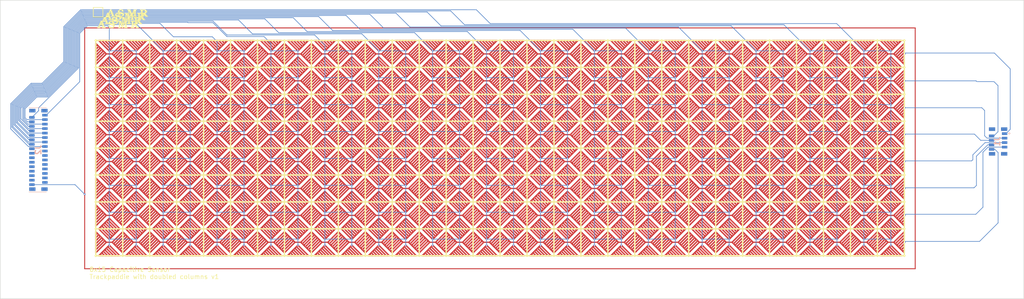
<source format=kicad_pcb>
(kicad_pcb (version 20211014) (generator pcbnew)
  (layers (0 "F.Cu" signal) (31 "B.Cu" signal) (34 "B.Paste" user) (35 "F.Paste" user) (36 "B.SilkS" user "B.Silkscreen") (37 "F.SilkS" user "F.Silkscreen") (38 "B.Mask" user) (39 "F.Mask" user) (44 "Edge.Cuts" user))
  (net 0 "")
  (net 1 "Net-(J1-Pad1)")
  (net 2 "Net-(J1-Pad2)")
  (net 3 "Net-(J1-Pad3)")
  (net 4 "Net-(J1-Pad4)")
  (net 5 "Net-(J1-Pad5)")
  (net 6 "Net-(J1-Pad6)")
  (net 7 "Net-(J1-Pad7)")
  (net 8 "Net-(J1-Pad8)")
  (net 9 "Net-(J2-Pad1)")
  (net 10 "Net-(J2-Pad2)")
  (net 11 "Net-(J2-Pad3)")
  (net 12 "Net-(J2-Pad4)")
  (net 13 "Net-(J2-Pad5)")
  (net 14 "Net-(J2-Pad6)")
  (net 15 "Net-(J2-Pad7)")
  (net 16 "Net-(J2-Pad8)")
  (net 17 "Net-(J2-Pad9)")
  (net 18 "Net-(J2-Pad10)")
  (net 19 "Net-(J2-Pad11)")
  (net 20 "Net-(J2-Pad12)")
  (net 21 "Net-(J2-Pad13)")
  (net 22 "Net-(J2-Pad14)")
  (net 23 "Net-(J2-Pad15)")
  (net 40 "GND")
  (footprint "ASMR_footprints:SilkScreen_asmrrrrrrrrr" (layer "F.Cu") (at 68.95 51.175)
    (fp_text reference "G***" hide)
    (fp_text value "LOGO" hide)
  )
  (footprint "ASMR_footprints:captouch_8x15_diamond_hatched_doubled" (layer "F.Cu") (at 63.3 55.825)
    (fp_text reference "U1" hide)
    (fp_text value "captouch_8x32_grid" hide)
  )
  (footprint "ASMR_footprints:Conn_FFC_1x32_0.5mm_Molex_5019513210" (layer "B.Cu") (at 50.675 80.375 -90)
    (fp_text reference "J2")
    (fp_text value "Conn_01x32_Male" hide)
  )
  (footprint "ASMR_footprints:Conn_FFC_1x8_0.5mm_Molex_5019510830" (layer "B.Cu") (at 264.325 78.5 -90)
    (fp_text reference "J1")
    (fp_text value "Conn_01x08_Male" hide)
  )
  (gr_rect (start 42.175 47) (end 270.05 113.55) (layer "Edge.Cuts") (width 0.1) (fill none))
  (gr_text "8x15 Capacitive Sensor\nTrackpaddie with doubled columns v1" (at 61.95 107.85) (layer "F.SilkS") (effects (font (size 1 1)) (justify left)))
  (via (at 243.5 58.975) (size 0.4) (drill 0.2) (layers "F.Cu" "B.Cu") (net 1))
  (segment (start 243.7 58.775) (end 243.5 58.975) (width 0.127) (layer "B.Cu") (net 1))
  (segment (start 265.775 76.75) (end 266.075 76.75) (width 0.127) (layer "B.Cu") (net 1))
  (segment (start 263.5 58.775) (end 243.7 58.775) (width 0.127) (layer "B.Cu") (net 1))
  (segment (start 266.075 76.75) (end 267.025 75.8) (width 0.127) (layer "B.Cu") (net 1))
  (segment (start 267.025 75.8) (end 267.025 62.3) (width 0.127) (layer "B.Cu") (net 1))
  (segment (start 267.025 62.3) (end 263.5 58.775) (width 0.127) (layer "B.Cu") (net 1))
  (via (at 243.5 64.975) (size 0.4) (drill 0.2) (layers "F.Cu" "B.Cu") (net 2))
  (segment (start 262.875 77.25) (end 263.375 77.25) (width 0.127) (layer "B.Cu") (net 2))
  (segment (start 264.3 76.325) (end 264.3 66.05) (width 0.127) (layer "B.Cu") (net 2))
  (segment (start 263.4 65.15) (end 259.6 65.15) (width 0.127) (layer "B.Cu") (net 2))
  (segment (start 243.5 64.975) (end 259.425 64.975) (width 0.127) (layer "B.Cu") (net 2))
  (segment (start 259.425 64.975) (end 259.6 65.15) (width 0.127) (layer "B.Cu") (net 2))
  (segment (start 263.375 77.25) (end 264.3 76.325) (width 0.127) (layer "B.Cu") (net 2))
  (segment (start 264.3 66.05) (end 263.4 65.15) (width 0.127) (layer "B.Cu") (net 2))
  (via (at 243.5 70.975) (size 0.4) (drill 0.2) (layers "F.Cu" "B.Cu") (net 3))
  (segment (start 261.85 77.75) (end 261.325 77.225) (width 0.127) (layer "B.Cu") (net 3))
  (segment (start 265.775 77.75) (end 261.85 77.75) (width 0.127) (layer "B.Cu") (net 3))
  (segment (start 261.325 77.225) (end 261.325 71.6) (width 0.127) (layer "B.Cu") (net 3))
  (segment (start 260.7 70.975) (end 243.5 70.975) (width 0.127) (layer "B.Cu") (net 3))
  (segment (start 261.325 71.6) (end 260.7 70.975) (width 0.127) (layer "B.Cu") (net 3))
  (via (at 243.5 76.975) (size 0.4) (drill 0.2) (layers "F.Cu" "B.Cu") (net 4))
  (segment (start 259.05 76.85) (end 243.625 76.85) (width 0.127) (layer "B.Cu") (net 4))
  (segment (start 260.45 78.25) (end 259.05 76.85) (width 0.127) (layer "B.Cu") (net 4))
  (segment (start 243.625 76.85) (end 243.5 76.975) (width 0.127) (layer "B.Cu") (net 4))
  (segment (start 262.875 78.25) (end 260.45 78.25) (width 0.127) (layer "B.Cu") (net 4))
  (via (at 243.5 82.975) (size 0.4) (drill 0.2) (layers "F.Cu" "B.Cu") (net 5))
  (segment (start 258.45 82.825) (end 243.65 82.825) (width 0.127) (layer "B.Cu") (net 5))
  (segment (start 243.65 82.825) (end 243.5 82.975) (width 0.127) (layer "B.Cu") (net 5))
  (segment (start 265.775 78.75) (end 261.425 78.75) (width 0.127) (layer "B.Cu") (net 5))
  (segment (start 258.7 81.475) (end 258.7 82.575) (width 0.127) (layer "B.Cu") (net 5))
  (segment (start 258.7 82.575) (end 258.45 82.825) (width 0.127) (layer "B.Cu") (net 5))
  (segment (start 261.425 78.75) (end 258.7 81.475) (width 0.127) (layer "B.Cu") (net 5))
  (via (at 243.5 88.975) (size 0.4) (drill 0.2) (layers "F.Cu" "B.Cu") (net 6))
  (segment (start 243.65 88.825) (end 243.5 88.975) (width 0.127) (layer "B.Cu") (net 6))
  (segment (start 259.5 88.3) (end 258.975 88.825) (width 0.127) (layer "B.Cu") (net 6))
  (segment (start 258.975 88.825) (end 243.65 88.825) (width 0.127) (layer "B.Cu") (net 6))
  (segment (start 259.5 81.775) (end 259.5 88.3) (width 0.127) (layer "B.Cu") (net 6))
  (segment (start 262.875 79.25) (end 262.025 79.25) (width 0.127) (layer "B.Cu") (net 6))
  (segment (start 262.025 79.25) (end 259.5 81.775) (width 0.127) (layer "B.Cu") (net 6))
  (via (at 243.5 94.975) (size 0.4) (drill 0.2) (layers "F.Cu" "B.Cu") (net 7))
  (segment (start 260.95 80.894) (end 260.95 93.15) (width 0.127) (layer "B.Cu") (net 7))
  (segment (start 262.094 79.75) (end 260.95 80.894) (width 0.127) (layer "B.Cu") (net 7))
  (segment (start 243.7375 94.7375) (end 243.5 94.975) (width 0.127) (layer "B.Cu") (net 7))
  (segment (start 265.775 79.75) (end 262.094 79.75) (width 0.127) (layer "B.Cu") (net 7))
  (segment (start 259.3625 94.7375) (end 243.7375 94.7375) (width 0.127) (layer "B.Cu") (net 7))
  (segment (start 259.3625 94.7375) (end 260.95 93.15) (width 0.127) (layer "B.Cu") (net 7))
  (via (at 243.5 100.975) (size 0.4) (drill 0.2) (layers "F.Cu" "B.Cu") (net 8))
  (segment (start 263.602 80.25) (end 264.325 80.973) (width 0.127) (layer "B.Cu") (net 8))
  (segment (start 243.7 100.775) (end 243.5 100.975) (width 0.127) (layer "B.Cu") (net 8))
  (segment (start 264.325 96.65) (end 260.2 100.775) (width 0.127) (layer "B.Cu") (net 8))
  (segment (start 260.2 100.775) (end 243.7 100.775) (width 0.127) (layer "B.Cu") (net 8))
  (segment (start 262.875 80.25) (end 263.602 80.25) (width 0.127) (layer "B.Cu") (net 8))
  (segment (start 264.325 80.973) (end 264.325 96.65) (width 0.127) (layer "B.Cu") (net 8))
  (via (at 66.45 100.275) (size 0.4) (drill 0.2) (layers "F.Cu" "B.Cu") (net 9))
  (via (at 66.45 58.275) (size 0.4) (drill 0.2) (layers "F.Cu" "B.Cu") (net 9))
  (via (at 66.45 94.275) (size 0.4) (drill 0.2) (layers "F.Cu" "B.Cu") (net 9))
  (via (at 66.45 101.625) (size 0.4) (drill 0.2) (layers "F.Cu" "B.Cu") (net 9))
  (via (at 66.45 88.275) (size 0.4) (drill 0.2) (layers "F.Cu" "B.Cu") (net 9))
  (via (at 72.45 64.275) (size 0.4) (drill 0.2) (layers "F.Cu" "B.Cu") (net 9))
  (via (at 66.45 76.275) (size 0.4) (drill 0.2) (layers "F.Cu" "B.Cu") (net 9))
  (via (at 72.45 100.275) (size 0.4) (drill 0.2) (layers "F.Cu" "B.Cu") (net 9))
  (via (at 66.45 64.275) (size 0.4) (drill 0.2) (layers "F.Cu" "B.Cu") (net 9))
  (via (at 72.45 101.625) (size 0.4) (drill 0.2) (layers "F.Cu" "B.Cu") (net 9))
  (via (at 72.45 76.275) (size 0.4) (drill 0.2) (layers "F.Cu" "B.Cu") (net 9))
  (via (at 72.45 88.275) (size 0.4) (drill 0.2) (layers "F.Cu" "B.Cu") (net 9))
  (via (at 72.45 94.275) (size 0.4) (drill 0.2) (layers "F.Cu" "B.Cu") (net 9))
  (via (at 72.45 82.275) (size 0.4) (drill 0.2) (layers "F.Cu" "B.Cu") (net 9))
  (via (at 72.45 58.275) (size 0.4) (drill 0.2) (layers "F.Cu" "B.Cu") (net 9))
  (via (at 66.45 82.275) (size 0.4) (drill 0.2) (layers "F.Cu" "B.Cu") (net 9))
  (via (at 66.45 70.275) (size 0.4) (drill 0.2) (layers "F.Cu" "B.Cu") (net 9))
  (via (at 72.45 70.275) (size 0.4) (drill 0.2) (layers "F.Cu" "B.Cu") (net 9))
  (segment (start 66.45 100.275) (end 72.45 100.275) (width 0.127) (layer "B.Cu") (net 9))
  (segment (start 52.125 72.625) (end 52.425 72.625) (width 0.127) (layer "B.Cu") (net 9))
  (segment (start 61.55 52.7) (end 66.075 52.7) (width 0.127) (layer "B.Cu") (net 9))
  (segment (start 66.45 101.625) (end 66.45 58.275) (width 0.127) (layer "B.Cu") (net 9))
  (segment (start 66.45 53.075) (end 66.45 58.275) (width 0.127) (layer "B.Cu") (net 9))
  (segment (start 66.45 64.275) (end 72.45 64.275) (width 0.127) (layer "B.Cu") (net 9))
  (segment (start 66.45 70.275) (end 72.45 70.275) (width 0.127) (layer "B.Cu") (net 9))
  (segment (start 59.875 65.175) (end 59.875 54.375) (width 0.127) (layer "B.Cu") (net 9))
  (segment (start 52.425 72.625) (end 59.875 65.175) (width 0.127) (layer "B.Cu") (net 9))
  (segment (start 66.45 82.275) (end 72.45 82.275) (width 0.127) (layer "B.Cu") (net 9))
  (segment (start 66.45 58.275) (end 72.45 58.275) (width 0.127) (layer "B.Cu") (net 9))
  (segment (start 59.875 54.375) (end 61.55 52.7) (width 0.127) (layer "B.Cu") (net 9))
  (segment (start 66.45 76.275) (end 72.45 76.275) (width 0.127) (layer "B.Cu") (net 9))
  (segment (start 66.075 52.7) (end 66.45 53.075) (width 0.127) (layer "B.Cu") (net 9))
  (segment (start 66.45 94.275) (end 72.45 94.275) (width 0.127) (layer "B.Cu") (net 9))
  (segment (start 66.45 88.275) (end 72.45 88.275) (width 0.127) (layer "B.Cu") (net 9))
  (segment (start 72.45 101.625) (end 72.45 58.275) (width 0.127) (layer "B.Cu") (net 9))
  (via (at 78.45 100.275) (size 0.4) (drill 0.2) (layers "F.Cu" "B.Cu") (net 10))
  (via (at 78.45 82.275) (size 0.4) (drill 0.2) (layers "F.Cu" "B.Cu") (net 10))
  (via (at 78.45 70.275) (size 0.4) (drill 0.2) (layers "F.Cu" "B.Cu") (net 10))
  (via (at 84.45 70.275) (size 0.4) (drill 0.2) (layers "F.Cu" "B.Cu") (net 10))
  (via (at 84.45 82.275) (size 0.4) (drill 0.2) (layers "F.Cu" "B.Cu") (net 10))
  (via (at 84.45 100.275) (size 0.4) (drill 0.2) (layers "F.Cu" "B.Cu") (net 10))
  (via (at 84.45 64.275) (size 0.4) (drill 0.2) (layers "F.Cu" "B.Cu") (net 10))
  (via (at 84.45 101.625) (size 0.4) (drill 0.2) (layers "F.Cu" "B.Cu") (net 10))
  (via (at 78.45 88.275) (size 0.4) (drill 0.2) (layers "F.Cu" "B.Cu") (net 10))
  (via (at 78.45 58.275) (size 0.4) (drill 0.2) (layers "F.Cu" "B.Cu") (net 10))
  (via (at 84.45 88.275) (size 0.4) (drill 0.2) (layers "F.Cu" "B.Cu") (net 10))
  (via (at 78.45 64.275) (size 0.4) (drill 0.2) (layers "F.Cu" "B.Cu") (net 10))
  (via (at 78.45 76.275) (size 0.4) (drill 0.2) (layers "F.Cu" "B.Cu") (net 10))
  (via (at 78.45 94.275) (size 0.4) (drill 0.2) (layers "F.Cu" "B.Cu") (net 10))
  (via (at 84.45 76.275) (size 0.4) (drill 0.2) (layers "F.Cu" "B.Cu") (net 10))
  (via (at 78.45 101.625) (size 0.4) (drill 0.2) (layers "F.Cu" "B.Cu") (net 10))
  (via (at 84.45 94.275) (size 0.4) (drill 0.2) (layers "F.Cu" "B.Cu") (net 10))
  (via (at 84.45 58.275) (size 0.4) (drill 0.2) (layers "F.Cu" "B.Cu") (net 10))
  (segment (start 78.45 70.275) (end 84.45 70.275) (width 0.127) (layer "B.Cu") (net 10))
  (segment (start 78.45 101.625) (end 78.45 58.275) (width 0.127) (layer "B.Cu") (net 10))
  (segment (start 78.45 94.275) (end 84.45 94.275) (width 0.127) (layer "B.Cu") (net 10))
  (segment (start 59.621 62.079) (end 59.621 54.26979) (width 0.127) (layer "B.Cu") (net 10))
  (segment (start 59.621 54.26979) (end 61.46579 52.425) (width 0.127) (layer "B.Cu") (net 10))
  (segment (start 49.225 73.125) (end 50.725 71.625) (width 0.127) (layer "B.Cu") (net 10))
  (segment (start 61.46579 52.425) (end 72.6 52.425) (width 0.127) (layer "B.Cu") (net 10))
  (segment (start 50.725 70.975) (end 59.621 62.079) (width 0.127) (layer "B.Cu") (net 10))
  (segment (start 78.45 88.275) (end 84.45 88.275) (width 0.127) (layer "B.Cu") (net 10))
  (segment (start 50.725 71.625) (end 50.725 70.975) (width 0.127) (layer "B.Cu") (net 10))
  (segment (start 78.45 76.275) (end 84.45 76.275) (width 0.127) (layer "B.Cu") (net 10))
  (segment (start 78.45 82.275) (end 84.45 82.275) (width 0.127) (layer "B.Cu") (net 10))
  (segment (start 78.45 64.275) (end 84.45 64.275) (width 0.127) (layer "B.Cu") (net 10))
  (segment (start 78.45 100.275) (end 84.45 100.275) (width 0.127) (layer "B.Cu") (net 10))
  (segment (start 72.6 52.425) (end 78.45 58.275) (width 0.127) (layer "B.Cu") (net 10))
  (segment (start 78.45 58.275) (end 84.45 58.275) (width 0.127) (layer "B.Cu") (net 10))
  (segment (start 84.45 101.625) (end 84.45 58.275) (width 0.127) (layer "B.Cu") (net 10))
  (via (at 96.45 82.275) (size 0.4) (drill 0.2) (layers "F.Cu" "B.Cu") (net 11))
  (via (at 96.45 100.275) (size 0.4) (drill 0.2) (layers "F.Cu" "B.Cu") (net 11))
  (via (at 96.45 76.275) (size 0.4) (drill 0.2) (layers "F.Cu" "B.Cu") (net 11))
  (via (at 90.45 82.275) (size 0.4) (drill 0.2) (layers "F.Cu" "B.Cu") (net 11))
  (via (at 90.45 70.275) (size 0.4) (drill 0.2) (layers "F.Cu" "B.Cu") (net 11))
  (via (at 96.45 58.275) (size 0.4) (drill 0.2) (layers "F.Cu" "B.Cu") (net 11))
  (via (at 96.45 101.625) (size 0.4) (drill 0.2) (layers "F.Cu" "B.Cu") (net 11))
  (via (at 90.45 58.275) (size 0.4) (drill 0.2) (layers "F.Cu" "B.Cu") (net 11))
  (via (at 90.45 88.275) (size 0.4) (drill 0.2) (layers "F.Cu" "B.Cu") (net 11))
  (via (at 90.45 76.275) (size 0.4) (drill 0.2) (layers "F.Cu" "B.Cu") (net 11))
  (via (at 90.45 64.275) (size 0.4) (drill 0.2) (layers "F.Cu" "B.Cu") (net 11))
  (via (at 90.45 94.275) (size 0.4) (drill 0.2) (layers "F.Cu" "B.Cu") (net 11))
  (via (at 96.45 64.275) (size 0.4) (drill 0.2) (layers "F.Cu" "B.Cu") (net 11))
  (via (at 96.45 88.275) (size 0.4) (drill 0.2) (layers "F.Cu" "B.Cu") (net 11))
  (via (at 90.45 101.625) (size 0.4) (drill 0.2) (layers "F.Cu" "B.Cu") (net 11))
  (via (at 96.45 70.275) (size 0.4) (drill 0.2) (layers "F.Cu" "B.Cu") (net 11))
  (via (at 90.45 100.275) (size 0.4) (drill 0.2) (layers "F.Cu" "B.Cu") (net 11))
  (via (at 96.45 94.275) (size 0.4) (drill 0.2) (layers "F.Cu" "B.Cu") (net 11))
  (segment (start 90.45 58.275) (end 96.45 58.275) (width 0.127) (layer "B.Cu") (net 11))
  (segment (start 96.45 101.625) (end 96.45 58.275) (width 0.127) (layer "B.Cu") (net 11))
  (segment (start 90.45 100.275) (end 96.45 100.275) (width 0.127) (layer "B.Cu") (net 11))
  (segment (start 77.746 52.171) (end 80.725 55.15) (width 0.127) (layer "B.Cu") (net 11))
  (segment (start 59.367 61.97379) (end 59.367 54.16458) (width 0.127) (layer "B.Cu") (net 11))
  (segment (start 59.367 54.16458) (end 61.36058 52.171) (width 0.127) (layer "B.Cu") (net 11))
  (segment (start 47.7 71.2) (end 50.325 68.575) (width 0.127) (layer "B.Cu") (net 11))
  (segment (start 52.125 73.625) (end 48.1 73.625) (width 0.127) (layer "B.Cu") (net 11))
  (segment (start 89.4 55.15) (end 90.45 56.2) (width 0.127) (layer "B.Cu") (net 11))
  (segment (start 90.45 94.275) (end 96.45 94.275) (width 0.127) (layer "B.Cu") (net 11))
  (segment (start 48.1 73.625) (end 47.7 73.225) (width 0.127) (layer "B.Cu") (net 11))
  (segment (start 80.725 55.15) (end 89.4 55.15) (width 0.127) (layer "B.Cu") (net 11))
  (segment (start 50.325 68.575) (end 52.76579 68.575) (width 0.127) (layer "B.Cu") (net 11))
  (segment (start 90.45 64.275) (end 96.45 64.275) (width 0.127) (layer "B.Cu") (net 11))
  (segment (start 90.45 76.275) (end 96.45 76.275) (width 0.127) (layer "B.Cu") (net 11))
  (segment (start 90.45 70.275) (end 96.45 70.275) (width 0.127) (layer "B.Cu") (net 11))
  (segment (start 61.36058 52.171) (end 77.746 52.171) (width 0.127) (layer "B.Cu") (net 11))
  (segment (start 47.7 73.225) (end 47.7 71.2) (width 0.127) (layer "B.Cu") (net 11))
  (segment (start 90.45 101.625) (end 90.45 58.275) (width 0.127) (layer "B.Cu") (net 11))
  (segment (start 90.45 88.275) (end 96.45 88.275) (width 0.127) (layer "B.Cu") (net 11))
  (segment (start 52.76579 68.575) (end 59.367 61.97379) (width 0.127) (layer "B.Cu") (net 11))
  (segment (start 90.45 82.275) (end 96.45 82.275) (width 0.127) (layer "B.Cu") (net 11))
  (segment (start 90.45 56.2) (end 90.45 58.275) (width 0.127) (layer "B.Cu") (net 11))
  (via (at 102.45 76.275) (size 0.4) (drill 0.2) (layers "F.Cu" "B.Cu") (net 12))
  (via (at 108.45 82.275) (size 0.4) (drill 0.2) (layers "F.Cu" "B.Cu") (net 12))
  (via (at 108.45 76.275) (size 0.4) (drill 0.2) (layers "F.Cu" "B.Cu") (net 12))
  (via (at 108.45 64.275) (size 0.4) (drill 0.2) (layers "F.Cu" "B.Cu") (net 12))
  (via (at 102.45 94.275) (size 0.4) (drill 0.2) (layers "F.Cu" "B.Cu") (net 12))
  (via (at 108.45 101.625) (size 0.4) (drill 0.2) (layers "F.Cu" "B.Cu") (net 12))
  (via (at 102.45 82.275) (size 0.4) (drill 0.2) (layers "F.Cu" "B.Cu") (net 12))
  (via (at 108.45 100.275) (size 0.4) (drill 0.2) (layers "F.Cu" "B.Cu") (net 12))
  (via (at 102.45 100.275) (size 0.4) (drill 0.2) (layers "F.Cu" "B.Cu") (net 12))
  (via (at 108.45 94.275) (size 0.4) (drill 0.2) (layers "F.Cu" "B.Cu") (net 12))
  (via (at 108.45 70.275) (size 0.4) (drill 0.2) (layers "F.Cu" "B.Cu") (net 12))
  (via (at 102.45 88.275) (size 0.4) (drill 0.2) (layers "F.Cu" "B.Cu") (net 12))
  (via (at 102.45 101.625) (size 0.4) (drill 0.2) (layers "F.Cu" "B.Cu") (net 12))
  (via (at 108.45 58.275) (size 0.4) (drill 0.2) (layers "F.Cu" "B.Cu") (net 12))
  (via (at 108.45 88.275) (size 0.4) (drill 0.2) (layers "F.Cu" "B.Cu") (net 12))
  (via (at 102.45 64.275) (size 0.4) (drill 0.2) (layers "F.Cu" "B.Cu") (net 12))
  (via (at 102.45 70.275) (size 0.4) (drill 0.2) (layers "F.Cu" "B.Cu") (net 12))
  (via (at 102.45 58.275) (size 0.4) (drill 0.2) (layers "F.Cu" "B.Cu") (net 12))
  (segment (start 102.45 82.275) (end 108.45 82.275) (width 0.127) (layer "B.Cu") (net 12))
  (segment (start 102.45 58.275) (end 108.45 58.275) (width 0.127) (layer "B.Cu") (net 12))
  (segment (start 102.45 64.275) (end 108.45 64.275) (width 0.127) (layer "B.Cu") (net 12))
  (segment (start 102.45 101.625) (end 102.45 58.275) (width 0.127) (layer "B.Cu") (net 12))
  (segment (start 102.45 100.275) (end 108.45 100.275) (width 0.127) (layer "B.Cu") (net 12))
  (segment (start 48.2 74.125) (end 47.446 73.371) (width 0.127) (layer "B.Cu") (net 12))
  (segment (start 102.45 88.275) (end 108.45 88.275) (width 0.127) (layer "B.Cu") (net 12))
  (segment (start 50.21979 68.321) (end 52.66058 68.321) (width 0.127) (layer "B.Cu") (net 12))
  (segment (start 59.113 54.05937) (end 61.25537 51.917) (width 0.127) (layer "B.Cu") (net 12))
  (segment (start 52.66058 68.321) (end 59.113 61.86858) (width 0.127) (layer "B.Cu") (net 12))
  (segment (start 102.45 70.275) (end 108.45 70.275) (width 0.127) (layer "B.Cu") (net 12))
  (segment (start 102.45 76.275) (end 108.45 76.275) (width 0.127) (layer "B.Cu") (net 12))
  (segment (start 102.45 94.275) (end 108.45 94.275) (width 0.127) (layer "B.Cu") (net 12))
  (segment (start 100.9 55.1) (end 102.45 56.65) (width 0.127) (layer "B.Cu") (net 12))
  (segment (start 89.525 52) (end 92.625 55.1) (width 0.127) (layer "B.Cu") (net 12))
  (segment (start 102.45 56.65) (end 102.45 58.275) (width 0.127) (layer "B.Cu") (net 12))
  (segment (start 49.225 74.125) (end 48.2 74.125) (width 0.127) (layer "B.Cu") (net 12))
  (segment (start 47.446 73.371) (end 47.446 71.09479) (width 0.127) (layer "B.Cu") (net 12))
  (segment (start 108.45 101.625) (end 108.45 58.275) (width 0.127) (layer "B.Cu") (net 12))
  (segment (start 83.892 51.917) (end 83.975 52) (width 0.127) (layer "B.Cu") (net 12))
  (segment (start 61.25537 51.917) (end 83.892 51.917) (width 0.127) (layer "B.Cu") (net 12))
  (segment (start 59.113 61.86858) (end 59.113 54.05937) (width 0.127) (layer "B.Cu") (net 12))
  (segment (start 47.446 71.09479) (end 50.21979 68.321) (width 0.127) (layer "B.Cu") (net 12))
  (segment (start 92.625 55.1) (end 100.9 55.1) (width 0.127) (layer "B.Cu") (net 12))
  (segment (start 83.975 52) (end 89.525 52) (width 0.127) (layer "B.Cu") (net 12))
  (via (at 114.45 101.625) (size 0.4) (drill 0.2) (layers "F.Cu" "B.Cu") (net 13))
  (via (at 120.45 94.275) (size 0.4) (drill 0.2) (layers "F.Cu" "B.Cu") (net 13))
  (via (at 114.45 94.275) (size 0.4) (drill 0.2) (layers "F.Cu" "B.Cu") (net 13))
  (via (at 120.45 70.275) (size 0.4) (drill 0.2) (layers "F.Cu" "B.Cu") (net 13))
  (via (at 120.45 100.275) (size 0.4) (drill 0.2) (layers "F.Cu" "B.Cu") (net 13))
  (via (at 114.45 70.275) (size 0.4) (drill 0.2) (layers "F.Cu" "B.Cu") (net 13))
  (via (at 114.45 58.275) (size 0.4) (drill 0.2) (layers "F.Cu" "B.Cu") (net 13))
  (via (at 120.45 88.275) (size 0.4) (drill 0.2) (layers "F.Cu" "B.Cu") (net 13))
  (via (at 120.45 64.275) (size 0.4) (drill 0.2) (layers "F.Cu" "B.Cu") (net 13))
  (via (at 120.45 101.625) (size 0.4) (drill 0.2) (layers "F.Cu" "B.Cu") (net 13))
  (via (at 114.45 76.275) (size 0.4) (drill 0.2) (layers "F.Cu" "B.Cu") (net 13))
  (via (at 114.45 100.275) (size 0.4) (drill 0.2) (layers "F.Cu" "B.Cu") (net 13))
  (via (at 114.45 64.275) (size 0.4) (drill 0.2) (layers "F.Cu" "B.Cu") (net 13))
  (via (at 120.45 58.275) (size 0.4) (drill 0.2) (layers "F.Cu" "B.Cu") (net 13))
  (via (at 114.45 88.275) (size 0.4) (drill 0.2) (layers "F.Cu" "B.Cu") (net 13))
  (via (at 114.45 82.275) (size 0.4) (drill 0.2) (layers "F.Cu" "B.Cu") (net 13))
  (via (at 120.45 82.275) (size 0.4) (drill 0.2) (layers "F.Cu" "B.Cu") (net 13))
  (via (at 120.45 76.275) (size 0.4) (drill 0.2) (layers "F.Cu" "B.Cu") (net 13))
  (segment (start 112.175 54.75) (end 114.45 57.025) (width 0.127) (layer "B.Cu") (net 13))
  (segment (start 114.45 57.025) (end 114.45 58.275) (width 0.127) (layer "B.Cu") (net 13))
  (segment (start 114.45 94.275) (end 120.45 94.275) (width 0.127) (layer "B.Cu") (net 13))
  (segment (start 120.45 101.625) (end 120.45 58.275) (width 0.127) (layer "B.Cu") (net 13))
  (segment (start 47.192 73.517) (end 47.192 70.98958) (width 0.127) (layer "B.Cu") (net 13))
  (segment (start 52.55537 68.067) (end 58.859 61.76337) (width 0.127) (layer "B.Cu") (net 13))
  (segment (start 114.45 64.275) (end 120.45 64.275) (width 0.127) (layer "B.Cu") (net 13))
  (segment (start 114.45 58.275) (end 120.45 58.275) (width 0.127) (layer "B.Cu") (net 13))
  (segment (start 52.125 74.625) (end 48.3 74.625) (width 0.127) (layer "B.Cu") (net 13))
  (segment (start 58.859 53.95416) (end 61.15016 51.663) (width 0.127) (layer "B.Cu") (net 13))
  (segment (start 114.45 70.275) (end 120.45 70.275) (width 0.127) (layer "B.Cu") (net 13))
  (segment (start 61.15016 51.663) (end 89.563 51.663) (width 0.127) (layer "B.Cu") (net 13))
  (segment (start 92.65 54.75) (end 112.175 54.75) (width 0.127) (layer "B.Cu") (net 13))
  (segment (start 114.45 101.625) (end 114.45 58.275) (width 0.127) (layer "B.Cu") (net 13))
  (segment (start 114.45 76.275) (end 120.45 76.275) (width 0.127) (layer "B.Cu") (net 13))
  (segment (start 114.45 100.275) (end 120.45 100.275) (width 0.127) (layer "B.Cu") (net 13))
  (segment (start 89.563 51.663) (end 92.65 54.75) (width 0.127) (layer "B.Cu") (net 13))
  (segment (start 47.192 70.98958) (end 50.11458 68.067) (width 0.127) (layer "B.Cu") (net 13))
  (segment (start 48.3 74.625) (end 47.192 73.517) (width 0.127) (layer "B.Cu") (net 13))
  (segment (start 58.859 61.76337) (end 58.859 53.95416) (width 0.127) (layer "B.Cu") (net 13))
  (segment (start 114.45 88.275) (end 120.45 88.275) (width 0.127) (layer "B.Cu") (net 13))
  (segment (start 114.45 82.275) (end 120.45 82.275) (width 0.127) (layer "B.Cu") (net 13))
  (segment (start 50.11458 68.067) (end 52.55537 68.067) (width 0.127) (layer "B.Cu") (net 13))
  (via (at 132.45 64.275) (size 0.4) (drill 0.2) (layers "F.Cu" "B.Cu") (net 14))
  (via (at 126.45 58.275) (size 0.4) (drill 0.2) (layers "F.Cu" "B.Cu") (net 14))
  (via (at 126.45 94.275) (size 0.4) (drill 0.2) (layers "F.Cu" "B.Cu") (net 14))
  (via (at 126.45 70.275) (size 0.4) (drill 0.2) (layers "F.Cu" "B.Cu") (net 14))
  (via (at 126.45 88.275) (size 0.4) (drill 0.2) (layers "F.Cu" "B.Cu") (net 14))
  (via (at 126.45 64.275) (size 0.4) (drill 0.2) (layers "F.Cu" "B.Cu") (net 14))
  (via (at 132.45 58.275) (size 0.4) (drill 0.2) (layers "F.Cu" "B.Cu") (net 14))
  (via (at 132.45 70.275) (size 0.4) (drill 0.2) (layers "F.Cu" "B.Cu") (net 14))
  (via (at 126.45 82.275) (size 0.4) (drill 0.2) (layers "F.Cu" "B.Cu") (net 14))
  (via (at 126.45 100.275) (size 0.4) (drill 0.2) (layers "F.Cu" "B.Cu") (net 14))
  (via (at 132.45 100.275) (size 0.4) (drill 0.2) (layers "F.Cu" "B.Cu") (net 14))
  (via (at 132.45 82.275) (size 0.4) (drill 0.2) (layers "F.Cu" "B.Cu") (net 14))
  (via (at 132.45 94.275) (size 0.4) (drill 0.2) (layers "F.Cu" "B.Cu") (net 14))
  (via (at 126.45 76.275) (size 0.4) (drill 0.2) (layers "F.Cu" "B.Cu") (net 14))
  (via (at 132.45 88.275) (size 0.4) (drill 0.2) (layers "F.Cu" "B.Cu") (net 14))
  (via (at 132.45 101.625) (size 0.4) (drill 0.2) (layers "F.Cu" "B.Cu") (net 14))
  (via (at 126.45 101.625) (size 0.4) (drill 0.2) (layers "F.Cu" "B.Cu") (net 14))
  (via (at 132.45 76.275) (size 0.4) (drill 0.2) (layers "F.Cu" "B.Cu") (net 14))
  (segment (start 98.321 54.496) (end 122.671 54.496) (width 0.127) (layer "B.Cu") (net 14))
  (segment (start 46.8 73.48421) (end 46.8 71.02237) (width 0.127) (layer "B.Cu") (net 14))
  (segment (start 126.45 76.275) (end 132.45 76.275) (width 0.127) (layer "B.Cu") (net 14))
  (segment (start 126.45 82.275) (end 132.45 82.275) (width 0.127) (layer "B.Cu") (net 14))
  (segment (start 126.45 64.275) (end 132.45 64.275) (width 0.127) (layer "B.Cu") (net 14))
  (segment (start 61.04495 51.409) (end 95.234 51.409) (width 0.127) (layer "B.Cu") (net 14))
  (segment (start 50.00937 67.813) (end 52.45016 67.813) (width 0.127) (layer "B.Cu") (net 14))
  (segment (start 95.234 51.409) (end 98.321 54.496) (width 0.127) (layer "B.Cu") (net 14))
  (segment (start 126.45 100.275) (end 132.45 100.275) (width 0.127) (layer "B.Cu") (net 14))
  (segment (start 126.45 70.275) (end 132.45 70.275) (width 0.127) (layer "B.Cu") (net 14))
  (segment (start 126.45 94.275) (end 132.45 94.275) (width 0.127) (layer "B.Cu") (net 14))
  (segment (start 48.44079 75.125) (end 46.8 73.48421) (width 0.127) (layer "B.Cu") (net 14))
  (segment (start 46.8 71.02237) (end 50.00937 67.813) (width 0.127) (layer "B.Cu") (net 14))
  (segment (start 52.45016 67.813) (end 58.605 61.65816) (width 0.127) (layer "B.Cu") (net 14))
  (segment (start 122.671 54.496) (end 126.45 58.275) (width 0.127) (layer "B.Cu") (net 14))
  (segment (start 126.45 101.625) (end 126.45 58.275) (width 0.127) (layer "B.Cu") (net 14))
  (segment (start 132.45 101.625) (end 132.45 58.275) (width 0.127) (layer "B.Cu") (net 14))
  (segment (start 58.605 61.65816) (end 58.605 53.84895) (width 0.127) (layer "B.Cu") (net 14))
  (segment (start 126.45 88.275) (end 132.45 88.275) (width 0.127) (layer "B.Cu") (net 14))
  (segment (start 126.45 58.275) (end 132.45 58.275) (width 0.127) (layer "B.Cu") (net 14))
  (segment (start 49.225 75.125) (end 48.44079 75.125) (width 0.127) (layer "B.Cu") (net 14))
  (segment (start 58.605 53.84895) (end 61.04495 51.409) (width 0.127) (layer "B.Cu") (net 14))
  (via (at 144.45 82.275) (size 0.4) (drill 0.2) (layers "F.Cu" "B.Cu") (net 15))
  (via (at 138.45 101.625) (size 0.4) (drill 0.2) (layers "F.Cu" "B.Cu") (net 15))
  (via (at 144.45 101.625) (size 0.4) (drill 0.2) (layers "F.Cu" "B.Cu") (net 15))
  (via (at 138.45 58.275) (size 0.4) (drill 0.2) (layers "F.Cu" "B.Cu") (net 15))
  (via (at 138.45 64.275) (size 0.4) (drill 0.2) (layers "F.Cu" "B.Cu") (net 15))
  (via (at 144.45 58.275) (size 0.4) (drill 0.2) (layers "F.Cu" "B.Cu") (net 15))
  (via (at 144.45 94.275) (size 0.4) (drill 0.2) (layers "F.Cu" "B.Cu") (net 15))
  (via (at 138.45 70.275) (size 0.4) (drill 0.2) (layers "F.Cu" "B.Cu") (net 15))
  (via (at 144.45 100.275) (size 0.4) (drill 0.2) (layers "F.Cu" "B.Cu") (net 15))
  (via (at 144.45 64.275) (size 0.4) (drill 0.2) (layers "F.Cu" "B.Cu") (net 15))
  (via (at 138.45 88.275) (size 0.4) (drill 0.2) (layers "F.Cu" "B.Cu") (net 15))
  (via (at 144.45 70.275) (size 0.4) (drill 0.2) (layers "F.Cu" "B.Cu") (net 15))
  (via (at 138.45 82.275) (size 0.4) (drill 0.2) (layers "F.Cu" "B.Cu") (net 15))
  (via (at 144.45 88.275) (size 0.4) (drill 0.2) (layers "F.Cu" "B.Cu") (net 15))
  (via (at 138.45 100.275) (size 0.4) (drill 0.2) (layers "F.Cu" "B.Cu") (net 15))
  (via (at 138.45 76.275) (size 0.4) (drill 0.2) (layers "F.Cu" "B.Cu") (net 15))
  (via (at 144.45 76.275) (size 0.4) (drill 0.2) (layers "F.Cu" "B.Cu") (net 15))
  (via (at 138.45 94.275) (size 0.4) (drill 0.2) (layers "F.Cu" "B.Cu") (net 15))
  (segment (start 144.45 101.625) (end 144.45 58.275) (width 0.127) (layer "B.Cu") (net 15))
  (segment (start 46.546 73.727) (end 46.546 70.91716) (width 0.127) (layer "B.Cu") (net 15))
  (segment (start 138.45 64.275) (end 144.45 64.275) (width 0.127) (layer "B.Cu") (net 15))
  (segment (start 60.93974 51.155) (end 101.08 51.155) (width 0.127) (layer "B.Cu") (net 15))
  (segment (start 58.351 53.74374) (end 60.93974 51.155) (width 0.127) (layer "B.Cu") (net 15))
  (segment (start 138.45 88.275) (end 144.45 88.275) (width 0.127) (layer "B.Cu") (net 15))
  (segment (start 138.45 70.275) (end 144.45 70.275) (width 0.127) (layer "B.Cu") (net 15))
  (segment (start 138.45 58.275) (end 144.45 58.275) (width 0.127) (layer "B.Cu") (net 15))
  (segment (start 48.444 75.625) (end 46.546 73.727) (width 0.127) (layer "B.Cu") (net 15))
  (segment (start 49.90416 67.559) (end 52.34495 67.559) (width 0.127) (layer "B.Cu") (net 15))
  (segment (start 134.417 54.242) (end 138.45 58.275) (width 0.127) (layer "B.Cu") (net 15))
  (segment (start 138.45 82.275) (end 144.45 82.275) (width 0.127) (layer "B.Cu") (net 15))
  (segment (start 138.45 76.275) (end 144.45 76.275) (width 0.127) (layer "B.Cu") (net 15))
  (segment (start 138.45 100.275) (end 144.45 100.275) (width 0.127) (layer "B.Cu") (net 15))
  (segment (start 58.351 61.55295) (end 58.351 53.74374) (width 0.127) (layer "B.Cu") (net 15))
  (segment (start 46.546 70.91716) (end 49.90416 67.559) (width 0.127) (layer "B.Cu") (net 15))
  (segment (start 138.45 101.625) (end 138.45 58.275) (width 0.127) (layer "B.Cu") (net 15))
  (segment (start 52.125 75.625) (end 48.444 75.625) (width 0.127) (layer "B.Cu") (net 15))
  (segment (start 52.34495 67.559) (end 58.351 61.55295) (width 0.127) (layer "B.Cu") (net 15))
  (segment (start 104.167 54.242) (end 134.417 54.242) (width 0.127) (layer "B.Cu") (net 15))
  (segment (start 101.08 51.155) (end 104.167 54.242) (width 0.127) (layer "B.Cu") (net 15))
  (segment (start 138.45 94.275) (end 144.45 94.275) (width 0.127) (layer "B.Cu") (net 15))
  (via (at 156.45 100.275) (size 0.4) (drill 0.2) (layers "F.Cu" "B.Cu") (net 16))
  (via (at 156.45 76.275) (size 0.4) (drill 0.2) (layers "F.Cu" "B.Cu") (net 16))
  (via (at 150.45 76.275) (size 0.4) (drill 0.2) (layers "F.Cu" "B.Cu") (net 16))
  (via (at 156.45 94.275) (size 0.4) (drill 0.2) (layers "F.Cu" "B.Cu") (net 16))
  (via (at 156.45 70.275) (size 0.4) (drill 0.2) (layers "F.Cu" "B.Cu") (net 16))
  (via (at 150.45 64.275) (size 0.4) (drill 0.2) (layers "F.Cu" "B.Cu") (net 16))
  (via (at 150.45 94.275) (size 0.4) (drill 0.2) (layers "F.Cu" "B.Cu") (net 16))
  (via (at 150.45 101.625) (size 0.4) (drill 0.2) (layers "F.Cu" "B.Cu") (net 16))
  (via (at 150.45 88.275) (size 0.4) (drill 0.2) (layers "F.Cu" "B.Cu") (net 16))
  (via (at 156.45 82.275) (size 0.4) (drill 0.2) (layers "F.Cu" "B.Cu") (net 16))
  (via (at 150.45 70.275) (size 0.4) (drill 0.2) (layers "F.Cu" "B.Cu") (net 16))
  (via (at 156.45 64.275) (size 0.4) (drill 0.2) (layers "F.Cu" "B.Cu") (net 16))
  (via (at 150.45 82.275) (size 0.4) (drill 0.2) (layers "F.Cu" "B.Cu") (net 16))
  (via (at 156.45 58.275) (size 0.4) (drill 0.2) (layers "F.Cu" "B.Cu") (net 16))
  (via (at 156.45 101.625) (size 0.4) (drill 0.2) (layers "F.Cu" "B.Cu") (net 16))
  (via (at 150.45 58.275) (size 0.4) (drill 0.2) (layers "F.Cu" "B.Cu") (net 16))
  (via (at 156.45 88.275) (size 0.4) (drill 0.2) (layers "F.Cu" "B.Cu") (net 16))
  (via (at 150.45 100.275) (size 0.4) (drill 0.2) (layers "F.Cu" "B.Cu") (net 16))
  (segment (start 146.163 53.988) (end 150.45 58.275) (width 0.127) (layer "B.Cu") (net 16))
  (segment (start 150.45 100.275) (end 156.45 100.275) (width 0.127) (layer "B.Cu") (net 16))
  (segment (start 60.83453 50.901) (end 107.401 50.901) (width 0.127) (layer "B.Cu") (net 16))
  (segment (start 150.45 58.275) (end 156.45 58.275) (width 0.127) (layer "B.Cu") (net 16))
  (segment (start 150.45 64.275) (end 156.45 64.275) (width 0.127) (layer "B.Cu") (net 16))
  (segment (start 110.488 53.988) (end 146.163 53.988) (width 0.127) (layer "B.Cu") (net 16))
  (segment (start 58.097 61.44774) (end 58.097 53.63853) (width 0.127) (layer "B.Cu") (net 16))
  (segment (start 52.23974 67.305) (end 58.097 61.44774) (width 0.127) (layer "B.Cu") (net 16))
  (segment (start 150.45 76.275) (end 156.45 76.275) (width 0.127) (layer "B.Cu") (net 16))
  (segment (start 49.79895 67.305) (end 52.23974 67.305) (width 0.127) (layer "B.Cu") (net 16))
  (segment (start 150.45 94.275) (end 156.45 94.275) (width 0.127) (layer "B.Cu") (net 16))
  (segment (start 150.45 88.275) (end 156.45 88.275) (width 0.127) (layer "B.Cu") (net 16))
  (segment (start 46.292 70.81195) (end 49.79895 67.305) (width 0.127) (layer "B.Cu") (net 16))
  (segment (start 156.45 101.625) (end 156.45 58.275) (width 0.127) (layer "B.Cu") (net 16))
  (segment (start 107.401 50.901) (end 110.488 53.988) (width 0.127) (layer "B.Cu") (net 16))
  (segment (start 46.292 73.83221) (end 46.292 70.81195) (width 0.127) (layer "B.Cu") (net 16))
  (segment (start 150.45 82.275) (end 156.45 82.275) (width 0.127) (layer "B.Cu") (net 16))
  (segment (start 48.58479 76.125) (end 46.292 73.83221) (width 0.127) (layer "B.Cu") (net 16))
  (segment (start 49.225 76.125) (end 48.58479 76.125) (width 0.127) (layer "B.Cu") (net 16))
  (segment (start 150.45 101.625) (end 150.45 58.275) (width 0.127) (layer "B.Cu") (net 16))
  (segment (start 150.45 70.275) (end 156.45 70.275) (width 0.127) (layer "B.Cu") (net 16))
  (segment (start 58.097 53.63853) (end 60.83453 50.901) (width 0.127) (layer "B.Cu") (net 16))
  (via (at 168.45 94.275) (size 0.4) (drill 0.2) (layers "F.Cu" "B.Cu") (net 17))
  (via (at 168.45 64.275) (size 0.4) (drill 0.2) (layers "F.Cu" "B.Cu") (net 17))
  (via (at 168.45 70.275) (size 0.4) (drill 0.2) (layers "F.Cu" "B.Cu") (net 17))
  (via (at 168.45 82.275) (size 0.4) (drill 0.2) (layers "F.Cu" "B.Cu") (net 17))
  (via (at 168.45 58.275) (size 0.4) (drill 0.2) (layers "F.Cu" "B.Cu") (net 17))
  (via (at 162.45 100.275) (size 0.4) (drill 0.2) (layers "F.Cu" "B.Cu") (net 17))
  (via (at 168.45 100.275) (size 0.4) (drill 0.2) (layers "F.Cu" "B.Cu") (net 17))
  (via (at 162.45 64.275) (size 0.4) (drill 0.2) (layers "F.Cu" "B.Cu") (net 17))
  (via (at 168.45 76.275) (size 0.4) (drill 0.2) (layers "F.Cu" "B.Cu") (net 17))
  (via (at 162.45 70.275) (size 0.4) (drill 0.2) (layers "F.Cu" "B.Cu") (net 17))
  (via (at 162.45 76.275) (size 0.4) (drill 0.2) (layers "F.Cu" "B.Cu") (net 17))
  (via (at 162.45 58.275) (size 0.4) (drill 0.2) (layers "F.Cu" "B.Cu") (net 17))
  (via (at 162.45 101.625) (size 0.4) (drill 0.2) (layers "F.Cu" "B.Cu") (net 17))
  (via (at 168.45 88.275) (size 0.4) (drill 0.2) (layers "F.Cu" "B.Cu") (net 17))
  (via (at 162.45 88.275) (size 0.4) (drill 0.2) (layers "F.Cu" "B.Cu") (net 17))
  (via (at 162.45 82.275) (size 0.4) (drill 0.2) (layers "F.Cu" "B.Cu") (net 17))
  (via (at 168.45 101.625) (size 0.4) (drill 0.2) (layers "F.Cu" "B.Cu") (net 17))
  (via (at 162.45 94.275) (size 0.4) (drill 0.2) (layers "F.Cu" "B.Cu") (net 17))
  (segment (start 162.45 100.275) (end 168.45 100.275) (width 0.127) (layer "B.Cu") (net 17))
  (segment (start 113.072 50.647) (end 116.159 53.734) (width 0.127) (layer "B.Cu") (net 17))
  (segment (start 116.159 53.734) (end 157.909 53.734) (width 0.127) (layer "B.Cu") (net 17))
  (segment (start 46.038 74.219) (end 46.038 70.70674) (width 0.127) (layer "B.Cu") (net 17))
  (segment (start 52.13453 67.051) (end 57.843 61.34253) (width 0.127) (layer "B.Cu") (net 17))
  (segment (start 162.45 76.275) (end 168.45 76.275) (width 0.127) (layer "B.Cu") (net 17))
  (segment (start 60.72932 50.647) (end 113.072 50.647) (width 0.127) (layer "B.Cu") (net 17))
  (segment (start 162.45 70.275) (end 168.45 70.275) (width 0.127) (layer "B.Cu") (net 17))
  (segment (start 46.038 70.70674) (end 49.69374 67.051) (width 0.127) (layer "B.Cu") (net 17))
  (segment (start 162.45 64.275) (end 168.45 64.275) (width 0.127) (layer "B.Cu") (net 17))
  (segment (start 162.45 101.625) (end 162.45 58.275) (width 0.127) (layer "B.Cu") (net 17))
  (segment (start 162.45 58.275) (end 168.45 58.275) (width 0.127) (layer "B.Cu") (net 17))
  (segment (start 162.45 88.275) (end 168.45 88.275) (width 0.127) (layer "B.Cu") (net 17))
  (segment (start 157.909 53.734) (end 162.45 58.275) (width 0.127) (layer "B.Cu") (net 17))
  (segment (start 162.45 94.275) (end 168.45 94.275) (width 0.127) (layer "B.Cu") (net 17))
  (segment (start 48.444 76.625) (end 46.038 74.219) (width 0.127) (layer "B.Cu") (net 17))
  (segment (start 168.45 101.625) (end 168.45 58.275) (width 0.127) (layer "B.Cu") (net 17))
  (segment (start 52.125 76.625) (end 48.444 76.625) (width 0.127) (layer "B.Cu") (net 17))
  (segment (start 49.69374 67.051) (end 52.13453 67.051) (width 0.127) (layer "B.Cu") (net 17))
  (segment (start 162.45 82.275) (end 168.45 82.275) (width 0.127) (layer "B.Cu") (net 17))
  (segment (start 57.843 53.53332) (end 60.72932 50.647) (width 0.127) (layer "B.Cu") (net 17))
  (segment (start 57.843 61.34253) (end 57.843 53.53332) (width 0.127) (layer "B.Cu") (net 17))
  (via (at 180.45 70.275) (size 0.4) (drill 0.2) (layers "F.Cu" "B.Cu") (net 18))
  (via (at 174.45 70.275) (size 0.4) (drill 0.2) (layers "F.Cu" "B.Cu") (net 18))
  (via (at 174.45 101.625) (size 0.4) (drill 0.2) (layers "F.Cu" "B.Cu") (net 18))
  (via (at 180.45 58.275) (size 0.4) (drill 0.2) (layers "F.Cu" "B.Cu") (net 18))
  (via (at 174.45 82.275) (size 0.4) (drill 0.2) (layers "F.Cu" "B.Cu") (net 18))
  (via (at 180.45 82.275) (size 0.4) (drill 0.2) (layers "F.Cu" "B.Cu") (net 18))
  (via (at 180.45 94.275) (size 0.4) (drill 0.2) (layers "F.Cu" "B.Cu") (net 18))
  (via (at 180.45 88.275) (size 0.4) (drill 0.2) (layers "F.Cu" "B.Cu") (net 18))
  (via (at 174.45 100.275) (size 0.4) (drill 0.2) (layers "F.Cu" "B.Cu") (net 18))
  (via (at 174.45 88.275) (size 0.4) (drill 0.2) (layers "F.Cu" "B.Cu") (net 18))
  (via (at 180.45 100.275) (size 0.4) (drill 0.2) (layers "F.Cu" "B.Cu") (net 18))
  (via (at 174.45 76.275) (size 0.4) (drill 0.2) (layers "F.Cu" "B.Cu") (net 18))
  (via (at 174.45 94.275) (size 0.4) (drill 0.2) (layers "F.Cu" "B.Cu") (net 18))
  (via (at 180.45 101.625) (size 0.4) (drill 0.2) (layers "F.Cu" "B.Cu") (net 18))
  (via (at 174.45 64.275) (size 0.4) (drill 0.2) (layers "F.Cu" "B.Cu") (net 18))
  (via (at 180.45 76.275) (size 0.4) (drill 0.2) (layers "F.Cu" "B.Cu") (net 18))
  (via (at 180.45 64.275) (size 0.4) (drill 0.2) (layers "F.Cu" "B.Cu") (net 18))
  (via (at 174.45 58.275) (size 0.4) (drill 0.2) (layers "F.Cu" "B.Cu") (net 18))
  (segment (start 57.589 61.23732) (end 57.589 53.42811) (width 0.127) (layer "B.Cu") (net 18))
  (segment (start 174.45 94.275) (end 180.45 94.275) (width 0.127) (layer "B.Cu") (net 18))
  (segment (start 122.255 53.48) (end 169.655 53.48) (width 0.127) (layer "B.Cu") (net 18))
  (segment (start 52.02932 66.797) (end 57.589 61.23732) (width 0.127) (layer "B.Cu") (net 18))
  (segment (start 174.45 76.275) (end 180.45 76.275) (width 0.127) (layer "B.Cu") (net 18))
  (segment (start 45.784 74.32421) (end 45.784 70.60153) (width 0.127) (layer "B.Cu") (net 18))
  (segment (start 174.45 88.275) (end 180.45 88.275) (width 0.127) (layer "B.Cu") (net 18))
  (segment (start 49.225 77.125) (end 48.58479 77.125) (width 0.127) (layer "B.Cu") (net 18))
  (segment (start 174.45 101.625) (end 174.45 58.275) (width 0.127) (layer "B.Cu") (net 18))
  (segment (start 174.45 70.275) (end 180.45 70.275) (width 0.127) (layer "B.Cu") (net 18))
  (segment (start 119.168 50.393) (end 122.255 53.48) (width 0.127) (layer "B.Cu") (net 18))
  (segment (start 45.784 70.60153) (end 49.58853 66.797) (width 0.127) (layer "B.Cu") (net 18))
  (segment (start 174.45 64.275) (end 180.45 64.275) (width 0.127) (layer "B.Cu") (net 18))
  (segment (start 174.45 58.275) (end 180.45 58.275) (width 0.127) (layer "B.Cu") (net 18))
  (segment (start 174.45 82.275) (end 180.45 82.275) (width 0.127) (layer "B.Cu") (net 18))
  (segment (start 57.589 53.42811) (end 60.62411 50.393) (width 0.127) (layer "B.Cu") (net 18))
  (segment (start 169.655 53.48) (end 174.45 58.275) (width 0.127) (layer "B.Cu") (net 18))
  (segment (start 180.45 101.625) (end 180.45 58.275) (width 0.127) (layer "B.Cu") (net 18))
  (segment (start 174.45 100.275) (end 180.45 100.275) (width 0.127) (layer "B.Cu") (net 18))
  (segment (start 49.58853 66.797) (end 52.02932 66.797) (width 0.127) (layer "B.Cu") (net 18))
  (segment (start 60.62411 50.393) (end 119.168 50.393) (width 0.127) (layer "B.Cu") (net 18))
  (segment (start 48.58479 77.125) (end 45.784 74.32421) (width 0.127) (layer "B.Cu") (net 18))
  (via (at 186.45 94.275) (size 0.4) (drill 0.2) (layers "F.Cu" "B.Cu") (net 19))
  (via (at 186.45 101.625) (size 0.4) (drill 0.2) (layers "F.Cu" "B.Cu") (net 19))
  (via (at 192.45 101.625) (size 0.4) (drill 0.2) (layers "F.Cu" "B.Cu") (net 19))
  (via (at 192.45 64.275) (size 0.4) (drill 0.2) (layers "F.Cu" "B.Cu") (net 19))
  (via (at 192.45 94.275) (size 0.4) (drill 0.2) (layers "F.Cu" "B.Cu") (net 19))
  (via (at 186.45 88.275) (size 0.4) (drill 0.2) (layers "F.Cu" "B.Cu") (net 19))
  (via (at 192.45 76.275) (size 0.4) (drill 0.2) (layers "F.Cu" "B.Cu") (net 19))
  (via (at 192.45 70.275) (size 0.4) (drill 0.2) (layers "F.Cu" "B.Cu") (net 19))
  (via (at 186.45 76.275) (size 0.4) (drill 0.2) (layers "F.Cu" "B.Cu") (net 19))
  (via (at 192.45 82.275) (size 0.4) (drill 0.2) (layers "F.Cu" "B.Cu") (net 19))
  (via (at 186.45 100.275) (size 0.4) (drill 0.2) (layers "F.Cu" "B.Cu") (net 19))
  (via (at 192.45 88.275) (size 0.4) (drill 0.2) (layers "F.Cu" "B.Cu") (net 19))
  (via (at 186.45 70.275) (size 0.4) (drill 0.2) (layers "F.Cu" "B.Cu") (net 19))
  (via (at 186.45 58.275) (size 0.4) (drill 0.2) (layers "F.Cu" "B.Cu") (net 19))
  (via (at 192.45 58.275) (size 0.4) (drill 0.2) (layers "F.Cu" "B.Cu") (net 19))
  (via (at 186.45 64.275) (size 0.4) (drill 0.2) (layers "F.Cu" "B.Cu") (net 19))
  (via (at 192.45 100.275) (size 0.4) (drill 0.2) (layers "F.Cu" "B.Cu") (net 19))
  (via (at 186.45 82.275) (size 0.4) (drill 0.2) (layers "F.Cu" "B.Cu") (net 19))
  (segment (start 181.401 53.226) (end 186.45 58.275) (width 0.127) (layer "B.Cu") (net 19))
  (segment (start 186.45 70.275) (end 192.45 70.275) (width 0.127) (layer "B.Cu") (net 19))
  (segment (start 186.45 76.275) (end 192.45 76.275) (width 0.127) (layer "B.Cu") (net 19))
  (segment (start 45.53 74.711) (end 45.53 70.49632) (width 0.127) (layer "B.Cu") (net 19))
  (segment (start 186.45 100.275) (end 192.45 100.275) (width 0.127) (layer "B.Cu") (net 19))
  (segment (start 60.5189 50.139) (end 124.464 50.139) (width 0.127) (layer "B.Cu") (net 19))
  (segment (start 52.125 77.625) (end 48.444 77.625) (width 0.127) (layer "B.Cu") (net 19))
  (segment (start 48.444 77.625) (end 45.53 74.711) (width 0.127) (layer "B.Cu") (net 19))
  (segment (start 57.335 61.13211) (end 57.335 53.3229) (width 0.127) (layer "B.Cu") (net 19))
  (segment (start 186.45 82.275) (end 192.45 82.275) (width 0.127) (layer "B.Cu") (net 19))
  (segment (start 186.45 64.275) (end 192.45 64.275) (width 0.127) (layer "B.Cu") (net 19))
  (segment (start 49.48332 66.543) (end 51.92411 66.543) (width 0.127) (layer "B.Cu") (net 19))
  (segment (start 186.45 94.275) (end 192.45 94.275) (width 0.127) (layer "B.Cu") (net 19))
  (segment (start 192.45 101.625) (end 192.45 58.275) (width 0.127) (layer "B.Cu") (net 19))
  (segment (start 124.464 50.139) (end 127.551 53.226) (width 0.127) (layer "B.Cu") (net 19))
  (segment (start 186.45 101.625) (end 186.45 58.275) (width 0.127) (layer "B.Cu") (net 19))
  (segment (start 127.551 53.226) (end 181.401 53.226) (width 0.127) (layer "B.Cu") (net 19))
  (segment (start 51.92411 66.543) (end 57.335 61.13211) (width 0.127) (layer "B.Cu") (net 19))
  (segment (start 57.335 53.3229) (end 60.5189 50.139) (width 0.127) (layer "B.Cu") (net 19))
  (segment (start 186.45 58.275) (end 192.45 58.275) (width 0.127) (layer "B.Cu") (net 19))
  (segment (start 45.53 70.49632) (end 49.48332 66.543) (width 0.127) (layer "B.Cu") (net 19))
  (segment (start 186.45 88.275) (end 192.45 88.275) (width 0.127) (layer "B.Cu") (net 19))
  (via (at 198.45 100.275) (size 0.4) (drill 0.2) (layers "F.Cu" "B.Cu") (net 20))
  (via (at 198.45 64.275) (size 0.4) (drill 0.2) (layers "F.Cu" "B.Cu") (net 20))
  (via (at 198.45 101.625) (size 0.4) (drill 0.2) (layers "F.Cu" "B.Cu") (net 20))
  (via (at 204.45 101.625) (size 0.4) (drill 0.2) (layers "F.Cu" "B.Cu") (net 20))
  (via (at 204.45 76.275) (size 0.4) (drill 0.2) (layers "F.Cu" "B.Cu") (net 20))
  (via (at 198.45 88.275) (size 0.4) (drill 0.2) (layers "F.Cu" "B.Cu") (net 20))
  (via (at 198.45 82.275) (size 0.4) (drill 0.2) (layers "F.Cu" "B.Cu") (net 20))
  (via (at 204.45 100.275) (size 0.4) (drill 0.2) (layers "F.Cu" "B.Cu") (net 20))
  (via (at 204.45 64.275) (size 0.4) (drill 0.2) (layers "F.Cu" "B.Cu") (net 20))
  (via (at 204.45 82.275) (size 0.4) (drill 0.2) (layers "F.Cu" "B.Cu") (net 20))
  (via (at 204.45 58.275) (size 0.4) (drill 0.2) (layers "F.Cu" "B.Cu") (net 20))
  (via (at 204.45 88.275) (size 0.4) (drill 0.2) (layers "F.Cu" "B.Cu") (net 20))
  (via (at 204.45 70.275) (size 0.4) (drill 0.2) (layers "F.Cu" "B.Cu") (net 20))
  (via (at 204.45 94.275) (size 0.4) (drill 0.2) (layers "F.Cu" "B.Cu") (net 20))
  (via (at 198.45 76.275) (size 0.4) (drill 0.2) (layers "F.Cu" "B.Cu") (net 20))
  (via (at 198.45 94.275) (size 0.4) (drill 0.2) (layers "F.Cu" "B.Cu") (net 20))
  (via (at 198.45 70.275) (size 0.4) (drill 0.2) (layers "F.Cu" "B.Cu") (net 20))
  (via (at 198.45 58.275) (size 0.4) (drill 0.2) (layers "F.Cu" "B.Cu") (net 20))
  (segment (start 130.285 49.885) (end 133.372 52.972) (width 0.127) (layer "B.Cu") (net 20))
  (segment (start 57.081 61.0269) (end 57.081 53.21769) (width 0.127) (layer "B.Cu") (net 20))
  (segment (start 193.147 52.972) (end 198.45 58.275) (width 0.127) (layer "B.Cu") (net 20))
  (segment (start 204.45 101.625) (end 204.45 58.275) (width 0.127) (layer "B.Cu") (net 20))
  (segment (start 198.45 58.275) (end 204.45 58.275) (width 0.127) (layer "B.Cu") (net 20))
  (segment (start 48.58479 78.125) (end 45.276 74.81621) (width 0.127) (layer "B.Cu") (net 20))
  (segment (start 45.276 74.81621) (end 45.276 70.39111) (width 0.127) (layer "B.Cu") (net 20))
  (segment (start 60.41369 49.885) (end 130.285 49.885) (width 0.127) (layer "B.Cu") (net 20))
  (segment (start 198.45 70.275) (end 204.45 70.275) (width 0.127) (layer "B.Cu") (net 20))
  (segment (start 133.372 52.972) (end 193.147 52.972) (width 0.127) (layer "B.Cu") (net 20))
  (segment (start 45.276 70.39111) (end 49.37811 66.289) (width 0.127) (layer "B.Cu") (net 20))
  (segment (start 198.45 64.275) (end 204.45 64.275) (width 0.127) (layer "B.Cu") (net 20))
  (segment (start 198.45 76.275) (end 204.45 76.275) (width 0.127) (layer "B.Cu") (net 20))
  (segment (start 198.45 101.625) (end 198.45 58.275) (width 0.127) (layer "B.Cu") (net 20))
  (segment (start 198.45 94.275) (end 204.45 94.275) (width 0.127) (layer "B.Cu") (net 20))
  (segment (start 49.37811 66.289) (end 51.8189 66.289) (width 0.127) (layer "B.Cu") (net 20))
  (segment (start 49.225 78.125) (end 48.58479 78.125) (width 0.127) (layer "B.Cu") (net 20))
  (segment (start 57.081 53.21769) (end 60.41369 49.885) (width 0.127) (layer "B.Cu") (net 20))
  (segment (start 198.45 82.275) (end 204.45 82.275) (width 0.127) (layer "B.Cu") (net 20))
  (segment (start 51.8189 66.289) (end 57.081 61.0269) (width 0.127) (layer "B.Cu") (net 20))
  (segment (start 198.45 88.275) (end 204.45 88.275) (width 0.127) (layer "B.Cu") (net 20))
  (segment (start 198.45 100.275) (end 204.45 100.275) (width 0.127) (layer "B.Cu") (net 20))
  (via (at 216.45 101.625) (size 0.4) (drill 0.2) (layers "F.Cu" "B.Cu") (net 21))
  (via (at 210.45 101.625) (size 0.4) (drill 0.2) (layers "F.Cu" "B.Cu") (net 21))
  (via (at 216.45 70.275) (size 0.4) (drill 0.2) (layers "F.Cu" "B.Cu") (net 21))
  (via (at 210.45 58.275) (size 0.4) (drill 0.2) (layers "F.Cu" "B.Cu") (net 21))
  (via (at 210.45 64.275) (size 0.4) (drill 0.2) (layers "F.Cu" "B.Cu") (net 21))
  (via (at 216.45 88.275) (size 0.4) (drill 0.2) (layers "F.Cu" "B.Cu") (net 21))
  (via (at 216.45 82.275) (size 0.4) (drill 0.2) (layers "F.Cu" "B.Cu") (net 21))
  (via (at 210.45 76.275) (size 0.4) (drill 0.2) (layers "F.Cu" "B.Cu") (net 21))
  (via (at 216.45 100.275) (size 0.4) (drill 0.2) (layers "F.Cu" "B.Cu") (net 21))
  (via (at 210.45 94.275) (size 0.4) (drill 0.2) (layers "F.Cu" "B.Cu") (net 21))
  (via (at 216.45 94.275) (size 0.4) (drill 0.2) (layers "F.Cu" "B.Cu") (net 21))
  (via (at 210.45 70.275) (size 0.4) (drill 0.2) (layers "F.Cu" "B.Cu") (net 21))
  (via (at 210.45 82.275) (size 0.4) (drill 0.2) (layers "F.Cu" "B.Cu") (net 21))
  (via (at 210.45 100.275) (size 0.4) (drill 0.2) (layers "F.Cu" "B.Cu") (net 21))
  (via (at 210.45 88.275) (size 0.4) (drill 0.2) (layers "F.Cu" "B.Cu") (net 21))
  (via (at 216.45 76.275) (size 0.4) (drill 0.2) (layers "F.Cu" "B.Cu") (net 21))
  (via (at 216.45 58.275) (size 0.4) (drill 0.2) (layers "F.Cu" "B.Cu") (net 21))
  (via (at 216.45 64.275) (size 0.4) (drill 0.2) (layers "F.Cu" "B.Cu") (net 21))
  (segment (start 137.206 49.631) (end 140.293 52.718) (width 0.127) (layer "B.Cu") (net 21))
  (segment (start 210.45 76.275) (end 216.45 76.275) (width 0.127) (layer "B.Cu") (net 21))
  (segment (start 210.45 64.275) (end 216.45 64.275) (width 0.127) (layer "B.Cu") (net 21))
  (segment (start 45.022 75.203) (end 45.022 70.2859) (width 0.127) (layer "B.Cu") (net 21))
  (segment (start 140.293 52.718) (end 204.893 52.718) (width 0.127) (layer "B.Cu") (net 21))
  (segment (start 210.45 100.275) (end 216.45 100.275) (width 0.127) (layer "B.Cu") (net 21))
  (segment (start 210.45 58.275) (end 216.45 58.275) (width 0.127) (layer "B.Cu") (net 21))
  (segment (start 210.45 88.275) (end 216.45 88.275) (width 0.127) (layer "B.Cu") (net 21))
  (segment (start 60.30848 49.631) (end 137.206 49.631) (width 0.127) (layer "B.Cu") (net 21))
  (segment (start 52.125 78.625) (end 48.444 78.625) (width 0.127) (layer "B.Cu") (net 21))
  (segment (start 48.444 78.625) (end 45.022 75.203) (width 0.127) (layer "B.Cu") (net 21))
  (segment (start 204.893 52.718) (end 210.45 58.275) (width 0.127) (layer "B.Cu") (net 21))
  (segment (start 216.45 101.625) (end 216.45 58.275) (width 0.127) (layer "B.Cu") (net 21))
  (segment (start 210.45 94.275) (end 216.45 94.275) (width 0.127) (layer "B.Cu") (net 21))
  (segment (start 49.2729 66.035) (end 51.71369 66.035) (width 0.127) (layer "B.Cu") (net 21))
  (segment (start 56.827 53.11248) (end 60.30848 49.631) (width 0.127) (layer "B.Cu") (net 21))
  (segment (start 51.71369 66.035) (end 56.827 60.92169) (width 0.127) (layer "B.Cu") (net 21))
  (segment (start 56.827 60.92169) (end 56.827 53.11248) (width 0.127) (layer "B.Cu") (net 21))
  (segment (start 210.45 101.625) (end 210.45 58.275) (width 0.127) (layer "B.Cu") (net 21))
  (segment (start 210.45 70.275) (end 216.45 70.275) (width 0.127) (layer "B.Cu") (net 21))
  (segment (start 210.45 82.275) (end 216.45 82.275) (width 0.127) (layer "B.Cu") (net 21))
  (segment (start 45.022 70.2859) (end 49.2729 66.035) (width 0.127) (layer "B.Cu") (net 21))
  (via (at 228.45 88.275) (size 0.4) (drill 0.2) (layers "F.Cu" "B.Cu") (net 22))
  (via (at 228.45 64.275) (size 0.4) (drill 0.2) (layers "F.Cu" "B.Cu") (net 22))
  (via (at 222.45 64.275) (size 0.4) (drill 0.2) (layers "F.Cu" "B.Cu") (net 22))
  (via (at 222.45 76.275) (size 0.4) (drill 0.2) (layers "F.Cu" "B.Cu") (net 22))
  (via (at 222.45 100.275) (size 0.4) (drill 0.2) (layers "F.Cu" "B.Cu") (net 22))
  (via (at 228.45 82.275) (size 0.4) (drill 0.2) (layers "F.Cu" "B.Cu") (net 22))
  (via (at 228.45 101.625) (size 0.4) (drill 0.2) (layers "F.Cu" "B.Cu") (net 22))
  (via (at 222.45 70.275) (size 0.4) (drill 0.2) (layers "F.Cu" "B.Cu") (net 22))
  (via (at 228.45 94.275) (size 0.4) (drill 0.2) (layers "F.Cu" "B.Cu") (net 22))
  (via (at 222.45 101.625) (size 0.4) (drill 0.2) (layers "F.Cu" "B.Cu") (net 22))
  (via (at 222.45 58.275) (size 0.4) (drill 0.2) (layers "F.Cu" "B.Cu") (net 22))
  (via (at 222.45 82.275) (size 0.4) (drill 0.2) (layers "F.Cu" "B.Cu") (net 22))
  (via (at 222.45 94.275) (size 0.4) (drill 0.2) (layers "F.Cu" "B.Cu") (net 22))
  (via (at 228.45 100.275) (size 0.4) (drill 0.2) (layers "F.Cu" "B.Cu") (net 22))
  (via (at 228.45 58.275) (size 0.4) (drill 0.2) (layers "F.Cu" "B.Cu") (net 22))
  (via (at 222.45 88.275) (size 0.4) (drill 0.2) (layers "F.Cu" "B.Cu") (net 22))
  (via (at 228.45 76.275) (size 0.4) (drill 0.2) (layers "F.Cu" "B.Cu") (net 22))
  (via (at 228.45 70.275) (size 0.4) (drill 0.2) (layers "F.Cu" "B.Cu") (net 22))
  (segment (start 44.768 75.30821) (end 44.768 70.18069) (width 0.127) (layer "B.Cu") (net 22))
  (segment (start 222.45 64.275) (end 228.45 64.275) (width 0.127) (layer "B.Cu") (net 22))
  (segment (start 228.45 101.625) (end 228.45 58.275) (width 0.127) (layer "B.Cu") (net 22))
  (segment (start 222.45 94.275) (end 228.45 94.275) (width 0.127) (layer "B.Cu") (net 22))
  (segment (start 56.573 60.81648) (end 56.573 53.00727) (width 0.127) (layer "B.Cu") (net 22))
  (segment (start 49.16769 65.781) (end 51.60848 65.781) (width 0.127) (layer "B.Cu") (net 22))
  (segment (start 56.573 53.00727) (end 60.20327 49.377) (width 0.127) (layer "B.Cu") (net 22))
  (segment (start 60.20327 49.377) (end 142.452 49.377) (width 0.127) (layer "B.Cu") (net 22))
  (segment (start 222.45 100.275) (end 228.45 100.275) (width 0.127) (layer "B.Cu") (net 22))
  (segment (start 145.539 52.464) (end 216.639 52.464) (width 0.127) (layer "B.Cu") (net 22))
  (segment (start 222.45 76.275) (end 228.45 76.275) (width 0.127) (layer "B.Cu") (net 22))
  (segment (start 51.60848 65.781) (end 56.573 60.81648) (width 0.127) (layer "B.Cu") (net 22))
  (segment (start 222.45 70.275) (end 228.45 70.275) (width 0.127) (layer "B.Cu") (net 22))
  (segment (start 48.58479 79.125) (end 44.768 75.30821) (width 0.127) (layer "B.Cu") (net 22))
  (segment (start 222.45 82.275) (end 228.45 82.275) (width 0.127) (layer "B.Cu") (net 22))
  (segment (start 142.452 49.377) (end 145.539 52.464) (width 0.127) (layer "B.Cu") (net 22))
  (segment (start 222.45 58.275) (end 228.45 58.275) (width 0.127) (layer "B.Cu") (net 22))
  (segment (start 216.639 52.464) (end 222.45 58.275) (width 0.127) (layer "B.Cu") (net 22))
  (segment (start 44.768 70.18069) (end 49.16769 65.781) (width 0.127) (layer "B.Cu") (net 22))
  (segment (start 49.225 79.125) (end 48.58479 79.125) (width 0.127) (layer "B.Cu") (net 22))
  (segment (start 222.45 101.625) (end 222.45 58.275) (width 0.127) (layer "B.Cu") (net 22))
  (segment (start 222.45 88.275) (end 228.45 88.275) (width 0.127) (layer "B.Cu") (net 22))
  (via (at 240.45 88.275) (size 0.4) (drill 0.2) (layers "F.Cu" "B.Cu") (net 23))
  (via (at 234.45 76.275) (size 0.4) (drill 0.2) (layers "F.Cu" "B.Cu") (net 23))
  (via (at 234.45 100.275) (size 0.4) (drill 0.2) (layers "F.Cu" "B.Cu") (net 23))
  (via (at 240.45 76.275) (size 0.4) (drill 0.2) (layers "F.Cu" "B.Cu") (net 23))
  (via (at 240.45 64.275) (size 0.4) (drill 0.2) (layers "F.Cu" "B.Cu") (net 23))
  (via (at 240.45 100.275) (size 0.4) (drill 0.2) (layers "F.Cu" "B.Cu") (net 23))
  (via (at 234.45 88.275) (size 0.4) (drill 0.2) (layers "F.Cu" "B.Cu") (net 23))
  (via (at 234.45 70.275) (size 0.4) (drill 0.2) (layers "F.Cu" "B.Cu") (net 23))
  (via (at 234.45 101.625) (size 0.4) (drill 0.2) (layers "F.Cu" "B.Cu") (net 23))
  (via (at 240.45 94.275) (size 0.4) (drill 0.2) (layers "F.Cu" "B.Cu") (net 23))
  (via (at 240.45 101.625) (size 0.4) (drill 0.2) (layers "F.Cu" "B.Cu") (net 23))
  (via (at 234.45 94.275) (size 0.4) (drill 0.2) (layers "F.Cu" "B.Cu") (net 23))
  (via (at 234.45 58.275) (size 0.4) (drill 0.2) (layers "F.Cu" "B.Cu") (net 23))
  (via (at 234.45 64.275) (size 0.4) (drill 0.2) (layers "F.Cu" "B.Cu") (net 23))
  (via (at 240.45 70.275) (size 0.4) (drill 0.2) (layers "F.Cu" "B.Cu") (net 23))
  (via (at 234.45 82.275) (size 0.4) (drill 0.2) (layers "F.Cu" "B.Cu") (net 23))
  (via (at 240.45 58.275) (size 0.4) (drill 0.2) (layers "F.Cu" "B.Cu") (net 23))
  (via (at 240.45 82.275) (size 0.4) (drill 0.2) (layers "F.Cu" "B.Cu") (net 23))
  (segment (start 234.45 64.275) (end 240.45 64.275) (width 0.127) (layer "B.Cu") (net 23))
  (segment (start 49.06248 65.527) (end 51.50327 65.527) (width 0.127) (layer "B.Cu") (net 23))
  (segment (start 234.45 76.275) (end 240.45 76.275) (width 0.127) (layer "B.Cu") (net 23))
  (segment (start 44.514 75.695) (end 44.514 70.07548) (width 0.127) (layer "B.Cu") (net 23))
  (segment (start 240.45 101.625) (end 240.45 58.275) (width 0.127) (layer "B.Cu") (net 23))
  (segment (start 234.45 70.275) (end 240.45 70.275) (width 0.127) (layer "B.Cu") (net 23))
  (segment (start 234.45 58.275) (end 240.45 58.275) (width 0.127) (layer "B.Cu") (net 23))
  (segment (start 234.45 101.625) (end 234.45 58.275) (width 0.127) (layer "B.Cu") (net 23))
  (segment (start 148.173 49.123) (end 151.26 52.21) (width 0.127) (layer "B.Cu") (net 23))
  (segment (start 51.50327 65.527) (end 56.319 60.71127) (width 0.127) (layer "B.Cu") (net 23))
  (segment (start 234.45 82.275) (end 240.45 82.275) (width 0.127) (layer "B.Cu") (net 23))
  (segment (start 151.26 52.21) (end 228.385 52.21) (width 0.127) (layer "B.Cu") (net 23))
  (segment (start 234.45 94.275) (end 240.45 94.275) (width 0.127) (layer "B.Cu") (net 23))
  (segment (start 48.444 79.625) (end 44.514 75.695) (width 0.127) (layer "B.Cu") (net 23))
  (segment (start 234.45 100.275) (end 240.45 100.275) (width 0.127) (layer "B.Cu") (net 23))
  (segment (start 60.09806 49.123) (end 148.173 49.123) (width 0.127) (layer "B.Cu") (net 23))
  (segment (start 228.385 52.21) (end 234.45 58.275) (width 0.127) (layer "B.Cu") (net 23))
  (segment (start 56.319 52.90206) (end 60.09806 49.123) (width 0.127) (layer "B.Cu") (net 23))
  (segment (start 52.125 79.625) (end 48.444 79.625) (width 0.127) (layer "B.Cu") (net 23))
  (segment (start 44.514 70.07548) (end 49.06248 65.527) (width 0.127) (layer "B.Cu") (net 23))
  (segment (start 234.45 88.275) (end 240.45 88.275) (width 0.127) (layer "B.Cu") (net 23))
  (segment (start 56.319 60.71127) (end 56.319 52.90206) (width 0.127) (layer "B.Cu") (net 23))
  (segment (start 245.875 106.875) (end 245.875 53.175) (width 0.2) (layer "F.Cu") (net 40))
  (segment (start 60.975 53.175) (end 60.975 106.875) (width 0.2) (layer "F.Cu") (net 40))
  (segment (start 60.975 106.875) (end 245.875 106.875) (width 0.2) (layer "F.Cu") (net 40))
  (segment (start 245.875 53.175) (end 60.975 53.175) (width 0.2) (layer "F.Cu") (net 40))
  (via (at 60.975 90.275) (size 0.4) (drill 0.2) (layers "F.Cu" "B.Cu") (net 40))
  (segment (start 49.225 88.125) (end 58.825 88.125) (width 0.127) (layer "B.Cu") (net 40))
  (segment (start 58.825 88.125) (end 60.975 90.275) (width 0.127) (layer "B.Cu") (net 40))
)
</source>
